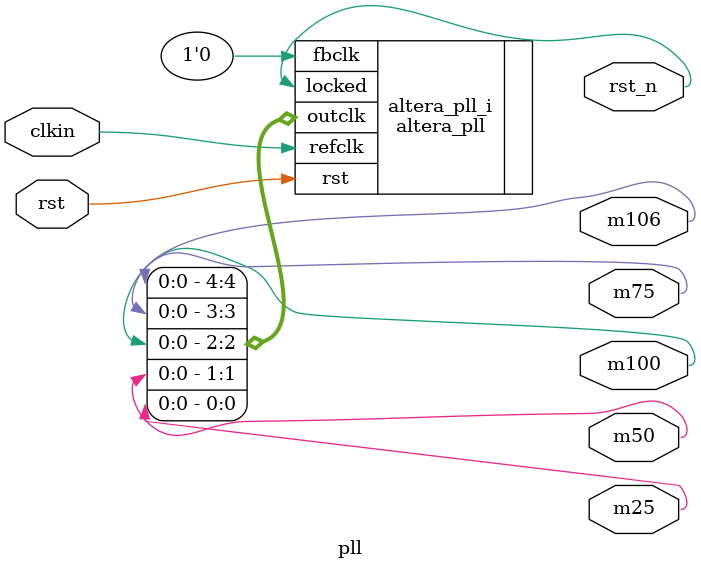
<source format=v>
module pll
(
    input  clkin,
    input  rst,
    output m25,
    output m50,
    output m75,
    output m100,
    output m106,
    output rst_n
);
altera_pll #(
    .fractional_vco_multiplier("false"),
    .reference_clock_frequency("50.0 MHz"),
    .operation_mode    ("normal"),
    .number_of_clocks  (5),
    .output_clock_frequency0("25.0 MHz"),   .phase_shift0("0 ps"),  .duty_cycle0(50),
    .output_clock_frequency1("50.0 MHz"),   .phase_shift1("0 ps"),  .duty_cycle1(50),
    .output_clock_frequency2("100.0 MHz"),  .phase_shift2("0 ps"),  .duty_cycle2(50),
    .output_clock_frequency3("75.0 MHz"),   .phase_shift3("0 ps"),  .duty_cycle3(50),
    .output_clock_frequency4("106.0 MHz"),  .phase_shift4("0 ps"),  .duty_cycle4(50),
    .output_clock_frequency5("0.0 MHz"),    .phase_shift5("0 ps"),  .duty_cycle5(50),
    .output_clock_frequency6("0.0 MHz"),    .phase_shift6("0 ps"),  .duty_cycle6(50),
    .output_clock_frequency7("0.0 MHz"),    .phase_shift7("0 ps"),  .duty_cycle7(50),
    .output_clock_frequency8("0.0 MHz"),    .phase_shift8("0 ps"),  .duty_cycle8(50),
    .output_clock_frequency9("0.0 MHz"),    .phase_shift9("0 ps"),  .duty_cycle9(50),
    .output_clock_frequency10("0.0 MHz"),   .phase_shift10("0 ps"), .duty_cycle10(50),
    .output_clock_frequency11("0.0 MHz"),   .phase_shift11("0 ps"), .duty_cycle11(50),
    .output_clock_frequency12("0.0 MHz"),   .phase_shift12("0 ps"), .duty_cycle12(50),
    .output_clock_frequency13("0.0 MHz"),   .phase_shift13("0 ps"), .duty_cycle13(50),
    .output_clock_frequency14("0.0 MHz"),   .phase_shift14("0 ps"), .duty_cycle14(50),
    .output_clock_frequency15("0.0 MHz"),   .phase_shift15("0 ps"), .duty_cycle15(50),
    .output_clock_frequency16("0.0 MHz"),   .phase_shift16("0 ps"), .duty_cycle16(50),
    .output_clock_frequency17("0.0 MHz"),   .phase_shift17("0 ps"), .duty_cycle17(50),
    .pll_type("General"),
    .pll_subtype("General")
)
altera_pll_i
(
    .rst      (rst),
    .outclk   ({m106,m75,m100,m50,m25}),
    .locked   (rst_n),
    .fbclk    (1'b0),
    .refclk   (clkin)
);
endmodule

</source>
